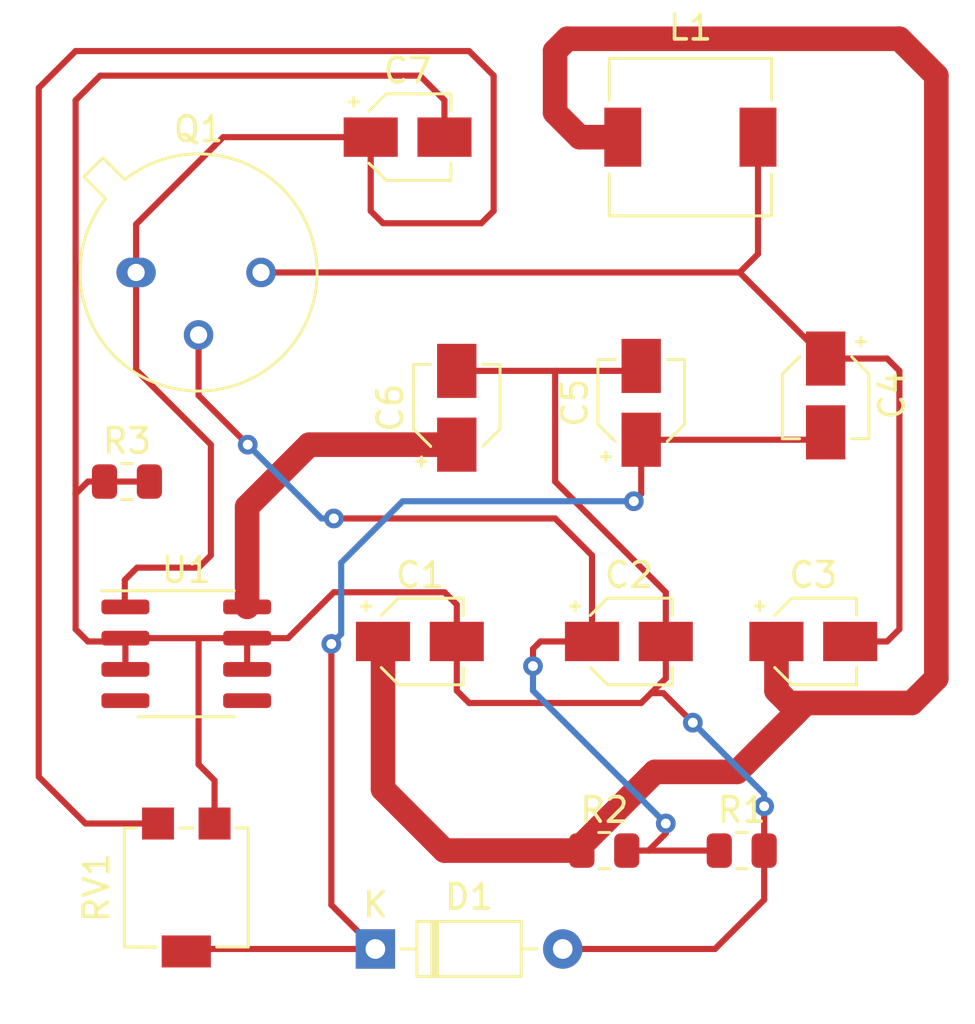
<source format=kicad_pcb>
(kicad_pcb (version 20211014) (generator pcbnew)
  (layers (0 "F.Cu" signal) (31 "B.Cu" signal) (34 "B.Paste" user) (35 "F.Paste" user) (36 "B.SilkS" user "B.Silkscreen") (37 "F.SilkS" user "F.Silkscreen") (38 "B.Mask" user) (39 "F.Mask" user) (44 "Edge.Cuts" user))
  (net 0 "")
  (net 1 "+12V")
  (net 2 "Camera AV II")
  (net 3 "Net-(C2-Pad1)")
  (net 4 "Net-(C3-Pad2)")
  (net 5 "Net-(C4-Pad2)")
  (net 6 "VCC")
  (net 7 "RF ANT")
  (footprint "Package_SO:SOIC-8_3.9x4.9mm_P1.27mm" (layer "F.Cu") (at 88 63.5)
    (fp_text reference "U1" (at 0 -3.4) (layer "F.SilkS"))
    (fp_text value "L78L05_SO8")
    (fp_line (start 0 -2.56) (end 1.95 -2.56) (layer "F.SilkS") (width 0.12))
    (fp_line (start 0 2.56) (end -1.95 2.56) (layer "F.SilkS") (width 0.12))
    (fp_line (start 0 -2.56) (end -3.45 -2.56) (layer "F.SilkS") (width 0.12))
    (fp_line (start 0 2.56) (end 1.95 2.56) (layer "F.SilkS") (width 0.12))
    (pad "1" smd roundrect (at -2.475 -1.905) (size 1.95 0.6) (layers "F.Cu" "F.Paste" "F.Mask") (net 7 "RF ANT"))
    (pad "2" smd roundrect (at -2.475 -0.635) (size 1.95 0.6) (layers "F.Cu" "F.Paste" "F.Mask") (net 2 "Camera AV II"))
    (pad "3" smd roundrect (at -2.475 0.635) (size 1.95 0.6) (layers "F.Cu" "F.Paste" "F.Mask") (net 2 "Camera AV II"))
    (pad "4" smd roundrect (at -2.475 1.905) (size 1.95 0.6) (layers "F.Cu" "F.Paste" "F.Mask"))
    (pad "5" smd roundrect (at 2.475 1.905) (size 1.95 0.6) (layers "F.Cu" "F.Paste" "F.Mask"))
    (pad "6" smd roundrect (at 2.475 0.635) (size 1.95 0.6) (layers "F.Cu" "F.Paste" "F.Mask") (net 2 "Camera AV II"))
    (pad "7" smd roundrect (at 2.475 -0.635) (size 1.95 0.6) (layers "F.Cu" "F.Paste" "F.Mask") (net 2 "Camera AV II"))
    (pad "8" smd roundrect (at 2.475 -1.905) (size 1.95 0.6) (layers "F.Cu" "F.Paste" "F.Mask") (net 6 "VCC"))
  )
  (footprint "Capacitor_SMD:CP_Elec_3x5.3" (layer "F.Cu") (at 106.5 53.3 90)
    (fp_text reference "C5" (at 0 -2.7 90) (layer "F.SilkS"))
    (fp_text value "0.1uF")
    (fp_line (start 1.76 -1.76) (end 1.76 -1.06) (layer "F.SilkS") (width 0.12))
    (fp_line (start -2.1875 -1.6225) (end -2.1875 -1.2475) (layer "F.SilkS") (width 0.12))
    (fp_line (start -0.870563 1.76) (end 1.76 1.76) (layer "F.SilkS") (width 0.12))
    (fp_line (start -0.870563 -1.76) (end 1.76 -1.76) (layer "F.SilkS") (width 0.12))
    (fp_line (start -2.375 -1.435) (end -2 -1.435) (layer "F.SilkS") (width 0.12))
    (fp_line (start -1.570563 -1.06) (end -0.870563 -1.76) (layer "F.SilkS") (width 0.12))
    (fp_line (start -1.570563 1.06) (end -0.870563 1.76) (layer "F.SilkS") (width 0.12))
    (fp_line (start 1.76 1.76) (end 1.76 1.06) (layer "F.SilkS") (width 0.12))
    (pad "1" smd rect (at -1.5 0 90) (size 2.2 1.6) (layers "F.Cu" "F.Paste" "F.Mask") (net 5 "Net-(C4-Pad2)"))
    (pad "2" smd rect (at 1.5 0 90) (size 2.2 1.6) (layers "F.Cu" "F.Paste" "F.Mask") (net 2 "Camera AV II"))
  )
  (footprint "Resistor_SMD:R_0805_2012Metric" (layer "F.Cu") (at 110.5875 71.5)
    (fp_text reference "R1" (at 0 -1.65) (layer "F.SilkS"))
    (fp_text value "4.7k")
    (fp_line (start -0.227064 0.735) (end 0.227064 0.735) (layer "F.SilkS") (width 0.12))
    (fp_line (start -0.227064 -0.735) (end 0.227064 -0.735) (layer "F.SilkS") (width 0.12))
    (pad "1" smd roundrect (at -0.9125 0) (size 1.025 1.4) (layers "F.Cu" "F.Paste" "F.Mask") (roundrect_rratio 0.243902) (net 3 "Net-(C2-Pad1)"))
    (pad "2" smd roundrect (at 0.9125 0) (size 1.025 1.4) (layers "F.Cu" "F.Paste" "F.Mask") (roundrect_rratio 0.243902) (net 2 "Camera AV II"))
  )
  (footprint "Resistor_SMD:R_0805_2012Metric" (layer "F.Cu") (at 85.5875 56.5)
    (fp_text reference "R3" (at 0 -1.65) (layer "F.SilkS"))
    (fp_text value "100R")
    (fp_line (start -0.227064 -0.735) (end 0.227064 -0.735) (layer "F.SilkS") (width 0.12))
    (fp_line (start -0.227064 0.735) (end 0.227064 0.735) (layer "F.SilkS") (width 0.12))
    (pad "1" smd roundrect (at -0.9125 0) (size 1.025 1.4) (layers "F.Cu" "F.Paste" "F.Mask") (roundrect_rratio 0.243902) (net 2 "Camera AV II"))
    (pad "2" smd roundrect (at 0.9125 0) (size 1.025 1.4) (layers "F.Cu" "F.Paste" "F.Mask") (roundrect_rratio 0.243902) (net 2 "Camera AV II"))
  )
  (footprint "Capacitor_SMD:CP_Elec_3x5.3" (layer "F.Cu") (at 106 63)
    (fp_text reference "C2" (at 0 -2.7) (layer "F.SilkS"))
    (fp_text value "470pF")
    (fp_line (start -0.870563 1.76) (end 1.76 1.76) (layer "F.SilkS") (width 0.12))
    (fp_line (start -1.570563 -1.06) (end -0.870563 -1.76) (layer "F.SilkS") (width 0.12))
    (fp_line (start -2.1875 -1.6225) (end -2.1875 -1.2475) (layer "F.SilkS") (width 0.12))
    (fp_line (start -2.375 -1.435) (end -2 -1.435) (layer "F.SilkS") (width 0.12))
    (fp_line (start -0.870563 -1.76) (end 1.76 -1.76) (layer "F.SilkS") (width 0.12))
    (fp_line (start 1.76 -1.76) (end 1.76 -1.06) (layer "F.SilkS") (width 0.12))
    (fp_line (start 1.76 1.76) (end 1.76 1.06) (layer "F.SilkS") (width 0.12))
    (fp_line (start -1.570563 1.06) (end -0.870563 1.76) (layer "F.SilkS") (width 0.12))
    (pad "1" smd rect (at -1.5 0) (size 2.2 1.6) (layers "F.Cu" "F.Paste" "F.Mask") (net 3 "Net-(C2-Pad1)"))
    (pad "2" smd rect (at 1.5 0) (size 2.2 1.6) (layers "F.Cu" "F.Paste" "F.Mask") (net 2 "Camera AV II"))
  )
  (footprint "Potentiometer_SMD:Potentiometer_Bourns_3214G_Horizontal" (layer "F.Cu") (at 88 73 90)
    (fp_text reference "RV1" (at 0 -3.65 90) (layer "F.SilkS"))
    (fp_text value "100R")
    (fp_line (start -2.42 -2.14) (end -2.42 -1.24) (layer "F.SilkS") (width 0.12))
    (fp_line (start -2.42 -2.52) (end -2.42 -1.24) (layer "F.SilkS") (width 0.12))
    (fp_line (start -2.42 -2.14) (end -2.42 -2.14) (layer "F.SilkS") (width 0.12))
    (fp_line (start 2.42 -2.52) (end 2.42 -2.04) (layer "F.SilkS") (width 0.12))
    (fp_line (start 2.42 -0.26) (end 2.42 0.26) (layer "F.SilkS") (width 0.12))
    (fp_line (start -2.42 1.24) (end -2.42 2.52) (layer "F.SilkS") (width 0.12))
    (fp_line (start -2.42 -2.14) (end -2.42 -1.24) (layer "F.SilkS") (width 0.12))
    (fp_line (start -2.42 2.52) (end 2.42 2.52) (layer "F.SilkS") (width 0.12))
    (fp_line (start 2.42 2.04) (end 2.42 2.52) (layer "F.SilkS") (width 0.12))
    (fp_line (start -2.42 -2.52) (end 2.42 -2.52) (layer "F.SilkS") (width 0.12))
    (pad "1" smd rect (at 2.6 -1.15 90) (size 1.3 1.3) (layers "F.Cu" "F.Paste" "F.Mask") (net 7 "RF ANT"))
    (pad "2" smd rect (at -2.6 0 90) (size 1.3 2) (layers "F.Cu" "F.Paste" "F.Mask") (net 5 "Net-(C4-Pad2)"))
    (pad "3" smd rect (at 2.6 1.15 90) (size 1.3 1.3) (layers "F.Cu" "F.Paste" "F.Mask") (net 2 "Camera AV II"))
  )
  (footprint "Capacitor_SMD:CP_Elec_3x5.3" (layer "F.Cu") (at 97 42.5)
    (fp_text reference "C7" (at 0 -2.7) (layer "F.SilkS"))
    (fp_text value "0.1uF")
    (fp_line (start -2.375 -1.435) (end -2 -1.435) (layer "F.SilkS") (width 0.12))
    (fp_line (start 1.76 -1.76) (end 1.76 -1.06) (layer "F.SilkS") (width 0.12))
    (fp_line (start -1.570563 1.06) (end -0.870563 1.76) (layer "F.SilkS") (width 0.12))
    (fp_line (start -2.1875 -1.6225) (end -2.1875 -1.2475) (layer "F.SilkS") (width 0.12))
    (fp_line (start 1.76 1.76) (end 1.76 1.06) (layer "F.SilkS") (width 0.12))
    (fp_line (start -1.570563 -1.06) (end -0.870563 -1.76) (layer "F.SilkS") (width 0.12))
    (fp_line (start -0.870563 1.76) (end 1.76 1.76) (layer "F.SilkS") (width 0.12))
    (fp_line (start -0.870563 -1.76) (end 1.76 -1.76) (layer "F.SilkS") (width 0.12))
    (pad "1" smd rect (at -1.5 0) (size 2.2 1.6) (layers "F.Cu" "F.Paste" "F.Mask") (net 7 "RF ANT"))
    (pad "2" smd rect (at 1.5 0) (size 2.2 1.6) (layers "F.Cu" "F.Paste" "F.Mask") (net 2 "Camera AV II"))
  )
  (footprint "Capacitor_SMD:CP_Elec_3x5.3" (layer "F.Cu") (at 113.5 63)
    (fp_text reference "C3" (at 0 -2.7) (layer "F.SilkS"))
    (fp_text value "22pF")
    (fp_line (start -2.1875 -1.6225) (end -2.1875 -1.2475) (layer "F.SilkS") (width 0.12))
    (fp_line (start -0.870563 -1.76) (end 1.76 -1.76) (layer "F.SilkS") (width 0.12))
    (fp_line (start -1.570563 -1.06) (end -0.870563 -1.76) (layer "F.SilkS") (width 0.12))
    (fp_line (start -2.375 -1.435) (end -2 -1.435) (layer "F.SilkS") (width 0.12))
    (fp_line (start 1.76 1.76) (end 1.76 1.06) (layer "F.SilkS") (width 0.12))
    (fp_line (start 1.76 -1.76) (end 1.76 -1.06) (layer "F.SilkS") (width 0.12))
    (fp_line (start -1.570563 1.06) (end -0.870563 1.76) (layer "F.SilkS") (width 0.12))
    (fp_line (start -0.870563 1.76) (end 1.76 1.76) (layer "F.SilkS") (width 0.12))
    (pad "1" smd rect (at -1.5 0) (size 2.2 1.6) (layers "F.Cu" "F.Paste" "F.Mask") (net 1 "+12V"))
    (pad "2" smd rect (at 1.5 0) (size 2.2 1.6) (layers "F.Cu" "F.Paste" "F.Mask") (net 4 "Net-(C3-Pad2)"))
  )
  (footprint "Inductor_SMD:L_6.3x6.3_H3" (layer "F.Cu") (at 108.5 42.5)
    (fp_text reference "L1" (at 0 -4.45) (layer "F.SilkS"))
    (fp_text value "1mH")
    (fp_line (start -3.3 -3.2) (end 3.3 -3.2) (layer "F.SilkS") (width 0.12))
    (fp_line (start -3.3 -1.5) (end -3.3 -3.2) (layer "F.SilkS") (width 0.12))
    (fp_line (start 3.3 1.5) (end 3.3 3.2) (layer "F.SilkS") (width 0.12))
    (fp_line (start 3.3 -3.2) (end 3.3 -1.5) (layer "F.SilkS") (width 0.12))
    (fp_line (start -3.3 3.2) (end -3.3 1.5) (layer "F.SilkS") (width 0.12))
    (fp_line (start 3.3 3.2) (end -3.3 3.2) (layer "F.SilkS") (width 0.12))
    (pad "1" smd rect (at -2.75 0) (size 1.5 2.4) (layers "F.Cu" "F.Paste" "F.Mask") (net 1 "+12V"))
    (pad "2" smd rect (at 2.75 0) (size 1.5 2.4) (layers "F.Cu" "F.Paste" "F.Mask") (net 4 "Net-(C3-Pad2)"))
  )
  (footprint "Capacitor_SMD:CP_Elec_3x5.3" (layer "F.Cu") (at 114 53 -90)
    (fp_text reference "C4" (at 0 -2.7 90) (layer "F.SilkS"))
    (fp_text value "10pF")
    (fp_line (start -0.870563 -1.76) (end 1.76 -1.76) (layer "F.SilkS") (width 0.12))
    (fp_line (start -1.570563 1.06) (end -0.870563 1.76) (layer "F.SilkS") (width 0.12))
    (fp_line (start -2.375 -1.435) (end -2 -1.435) (layer "F.SilkS") (width 0.12))
    (fp_line (start -2.1875 -1.6225) (end -2.1875 -1.2475) (layer "F.SilkS") (width 0.12))
    (fp_line (start 1.76 1.76) (end 1.76 1.06) (layer "F.SilkS") (width 0.12))
    (fp_line (start 1.76 -1.76) (end 1.76 -1.06) (layer "F.SilkS") (width 0.12))
    (fp_line (start -0.870563 1.76) (end 1.76 1.76) (layer "F.SilkS") (width 0.12))
    (fp_line (start -1.570563 -1.06) (end -0.870563 -1.76) (layer "F.SilkS") (width 0.12))
    (pad "1" smd rect (at -1.5 0 270) (size 2.2 1.6) (layers "F.Cu" "F.Paste" "F.Mask") (net 4 "Net-(C3-Pad2)"))
    (pad "2" smd rect (at 1.5 0 270) (size 2.2 1.6) (layers "F.Cu" "F.Paste" "F.Mask") (net 5 "Net-(C4-Pad2)"))
  )
  (footprint "Capacitor_SMD:CP_Elec_3x5.3" (layer "F.Cu") (at 97.5 63)
    (fp_text reference "C1" (at 0 -2.7) (layer "F.SilkS"))
    (fp_text value "103pF")
    (fp_line (start -0.870563 -1.76) (end 1.76 -1.76) (layer "F.SilkS") (width 0.12))
    (fp_line (start -0.870563 1.76) (end 1.76 1.76) (layer "F.SilkS") (width 0.12))
    (fp_line (start 1.76 1.76) (end 1.76 1.06) (layer "F.SilkS") (width 0.12))
    (fp_line (start -1.570563 1.06) (end -0.870563 1.76) (layer "F.SilkS") (width 0.12))
    (fp_line (start -1.570563 -1.06) (end -0.870563 -1.76) (layer "F.SilkS") (width 0.12))
    (fp_line (start -2.375 -1.435) (end -2 -1.435) (layer "F.SilkS") (width 0.12))
    (fp_line (start -2.1875 -1.6225) (end -2.1875 -1.2475) (layer "F.SilkS") (width 0.12))
    (fp_line (start 1.76 -1.76) (end 1.76 -1.06) (layer "F.SilkS") (width 0.12))
    (pad "1" smd rect (at -1.5 0) (size 2.2 1.6) (layers "F.Cu" "F.Paste" "F.Mask") (net 1 "+12V"))
    (pad "2" smd rect (at 1.5 0) (size 2.2 1.6) (layers "F.Cu" "F.Paste" "F.Mask") (net 2 "Camera AV II"))
  )
  (footprint "Package_TO_SOT_THT:TO-39-3" (layer "F.Cu") (at 85.96 48)
    (fp_text reference "Q1" (at 2.54 -5.82) (layer "F.SilkS"))
    (fp_text value "2N2219")
    (fp_line (start -2.125856 -3.888039) (end -1.234902 -2.997084) (layer "F.SilkS") (width 0.12))
    (fp_line (start -1.348039 -4.665856) (end -2.125856 -3.888039) (layer "F.SilkS") (width 0.12))
    (fp_line (start -0.457084 -3.774902) (end -1.348039 -4.665856) (layer "F.SilkS") (width 0.12))
    (fp_arc (start -0.457084 -3.774902) (mid 5.948125 3.408384) (end -1.234674 -2.997371) (layer "F.SilkS") (width 0.12))
    (pad "1" thru_hole oval (at 0 0) (size 1.6 1.2) (drill 0.7) (layers *.Cu *.Mask) (net 7 "RF ANT"))
    (pad "2" thru_hole oval (at 2.54 2.54) (size 1.2 1.2) (drill 0.7) (layers *.Cu *.Mask) (net 3 "Net-(C2-Pad1)"))
    (pad "3" thru_hole oval (at 5.08 0) (size 1.2 1.2) (drill 0.7) (layers *.Cu *.Mask) (net 4 "Net-(C3-Pad2)"))
  )
  (footprint "Resistor_SMD:R_0805_2012Metric" (layer "F.Cu") (at 105 71.5)
    (fp_text reference "R2" (at 0 -1.65) (layer "F.SilkS"))
    (fp_text value "4.7k")
    (fp_line (start -0.227064 0.735) (end 0.227064 0.735) (layer "F.SilkS") (width 0.12))
    (fp_line (start -0.227064 -0.735) (end 0.227064 -0.735) (layer "F.SilkS") (width 0.12))
    (pad "1" smd roundrect (at -0.9125 0) (size 1.025 1.4) (layers "F.Cu" "F.Paste" "F.Mask") (roundrect_rratio 0.243902) (net 1 "+12V"))
    (pad "2" smd roundrect (at 0.9125 0) (size 1.025 1.4) (layers "F.Cu" "F.Paste" "F.Mask") (roundrect_rratio 0.243902) (net 3 "Net-(C2-Pad1)"))
  )
  (footprint "Diode_THT:D_DO-35_SOD27_P7.62mm_Horizontal" (layer "F.Cu") (at 95.69 75.5)
    (fp_text reference "D1" (at 3.81 -2.12) (layer "F.SilkS"))
    (fp_text value "1N4148")
    (fp_text user "K" (at 0 -1.8) (layer "F.SilkS"))
    (fp_line (start 2.41 -1.12) (end 2.41 1.12) (layer "F.SilkS") (width 0.12))
    (fp_line (start 5.93 -1.12) (end 1.69 -1.12) (layer "F.SilkS") (width 0.12))
    (fp_line (start 1.69 1.12) (end 5.93 1.12) (layer "F.SilkS") (width 0.12))
    (fp_line (start 2.53 -1.12) (end 2.53 1.12) (layer "F.SilkS") (width 0.12))
    (fp_line (start 5.93 1.12) (end 5.93 -1.12) (layer "F.SilkS") (width 0.12))
    (fp_line (start 1.69 -1.12) (end 1.69 1.12) (layer "F.SilkS") (width 0.12))
    (fp_line (start 1.04 0) (end 1.69 0) (layer "F.SilkS") (width 0.12))
    (fp_line (start 6.58 0) (end 5.93 0) (layer "F.SilkS") (width 0.12))
    (fp_line (start 2.29 -1.12) (end 2.29 1.12) (layer "F.SilkS") (width 0.12))
    (pad "1" thru_hole rect (at 0 0) (size 1.6 1.6) (drill 0.8) (layers *.Cu *.Mask) (net 5 "Net-(C4-Pad2)"))
    (pad "2" thru_hole oval (at 7.62 0) (size 1.6 1.6) (drill 0.8) (layers *.Cu *.Mask) (net 2 "Camera AV II"))
  )
  (footprint "Capacitor_SMD:CP_Elec_3x5.3" (layer "F.Cu") (at 99 53.5 90)
    (fp_text reference "C6" (at 0 -2.7 90) (layer "F.SilkS"))
    (fp_text value "0.1uF")
    (fp_line (start -0.870563 1.76) (end 1.76 1.76) (layer "F.SilkS") (width 0.12))
    (fp_line (start 1.76 -1.76) (end 1.76 -1.06) (layer "F.SilkS") (width 0.12))
    (fp_line (start 1.76 1.76) (end 1.76 1.06) (layer "F.SilkS") (width 0.12))
    (fp_line (start -2.375 -1.435) (end -2 -1.435) (layer "F.SilkS") (width 0.12))
    (fp_line (start -2.1875 -1.6225) (end -2.1875 -1.2475) (layer "F.SilkS") (width 0.12))
    (fp_line (start -1.570563 1.06) (end -0.870563 1.76) (layer "F.SilkS") (width 0.12))
    (fp_line (start -0.870563 -1.76) (end 1.76 -1.76) (layer "F.SilkS") (width 0.12))
    (fp_line (start -1.570563 -1.06) (end -0.870563 -1.76) (layer "F.SilkS") (width 0.12))
    (pad "1" smd rect (at -1.5 0 90) (size 2.2 1.6) (layers "F.Cu" "F.Paste" "F.Mask") (net 6 "VCC"))
    (pad "2" smd rect (at 1.5 0 90) (size 2.2 1.6) (layers "F.Cu" "F.Paste" "F.Mask") (net 2 "Camera AV II"))
  )
  (segment (start 103 39) (end 103.5 38.5) (width 1) (layer "F.Cu") (net 1))
  (segment (start 103.5 38.5) (end 117 38.5) (width 1) (layer "F.Cu") (net 1))
  (segment (start 113.2 65.5) (end 112.5 65.5) (width 1) (layer "F.Cu") (net 1))
  (segment (start 103 41.5) (end 103 39) (width 1) (layer "F.Cu") (net 1))
  (segment (start 98.5 71.5) (end 96 69) (width 1) (layer "F.Cu") (net 1))
  (segment (start 96 69) (end 96 63) (width 1) (layer "F.Cu") (net 1))
  (segment (start 104 42.5) (end 103 41.5) (width 1) (layer "F.Cu") (net 1))
  (segment (start 112.5 65.5) (end 112 65) (width 1) (layer "F.Cu") (net 1))
  (segment (start 118.5 40) (end 118.5 64.5) (width 1) (layer "F.Cu") (net 1))
  (segment (start 110.4 68.3) (end 113.2 65.5) (width 1) (layer "F.Cu") (net 1))
  (segment (start 104.0875 71.5) (end 104.0875 71.269676) (width 1) (layer "F.Cu") (net 1))
  (segment (start 118.5 64.5) (end 117.5 65.5) (width 1) (layer "F.Cu") (net 1))
  (segment (start 117 38.5) (end 118.5 40) (width 1) (layer "F.Cu") (net 1))
  (segment (start 117.5 65.5) (end 113.2 65.5) (width 1) (layer "F.Cu") (net 1))
  (segment (start 105.75 42.5) (end 104 42.5) (width 1) (layer "F.Cu") (net 1))
  (segment (start 112 65) (end 112 63) (width 1) (layer "F.Cu") (net 1))
  (segment (start 104.0875 71.5) (end 98.5 71.5) (width 1) (layer "F.Cu") (net 1))
  (segment (start 107.057176 68.3) (end 110.4 68.3) (width 1) (layer "F.Cu") (net 1))
  (segment (start 104.0875 71.269676) (end 107.057176 68.3) (width 1) (layer "F.Cu") (net 1))
  (segment (start 99 63) (end 99 65) (width 0.25) (layer "F.Cu") (net 2))
  (segment (start 98.5 41) (end 97.5 40) (width 0.25) (layer "F.Cu") (net 2))
  (segment (start 83.5 41) (end 83.5 57) (width 0.25) (layer "F.Cu") (net 2))
  (segment (start 99 61.5) (end 98.5 61) (width 0.25) (layer "F.Cu") (net 2))
  (segment (start 89 68.5) (end 88.5 68) (width 0.25) (layer "F.Cu") (net 2))
  (segment (start 84.5 40) (end 83.5 41) (width 0.25) (layer "F.Cu") (net 2))
  (segment (start 111.5 69.7) (end 111.5 71.5) (width 0.25) (layer "F.Cu") (net 2))
  (segment (start 90.475 64.135) (end 90.475 62.865) (width 0.25) (layer "F.Cu") (net 2))
  (segment (start 90.475 62.865) (end 85.525 62.865) (width 0.25) (layer "F.Cu") (net 2))
  (segment (start 106.5 65.5) (end 106.9 65.1) (width 0.25) (layer "F.Cu") (net 2))
  (segment (start 107.4 65.1) (end 106.9 65.1) (width 0.25) (layer "F.Cu") (net 2))
  (segment (start 83.5 62.5) (end 84 63) (width 0.25) (layer "F.Cu") (net 2))
  (segment (start 89.15 70.4) (end 89.15 68.65) (width 0.25) (layer "F.Cu") (net 2))
  (segment (start 88.5 68) (end 88.5 63) (width 0.25) (layer "F.Cu") (net 2))
  (segment (start 98.5 42.5) (end 98.5 41) (width 0.25) (layer "F.Cu") (net 2))
  (segment (start 107.5 61) (end 103 56.5) (width 0.25) (layer "F.Cu") (net 2))
  (segment (start 94 61) (end 92.135 62.865) (width 0.25) (layer "F.Cu") (net 2))
  (segment (start 111.5 73.5) (end 111.5 71.5) (width 0.25) (layer "F.Cu") (net 2))
  (segment (start 99.5 65.5) (end 106.5 65.5) (width 0.25) (layer "F.Cu") (net 2))
  (segment (start 92.135 62.865) (end 90.475 62.865) (width 0.25) (layer "F.Cu") (net 2))
  (segment (start 89.15 68.65) (end 89 68.5) (width 0.25) (layer "F.Cu") (net 2))
  (segment (start 109.5 75.5) (end 111.5 73.5) (width 0.25) (layer "F.Cu") (net 2))
  (segment (start 106.9 65.1) (end 107.5 64.5) (width 0.25) (layer "F.Cu") (net 2))
  (segment (start 99 63) (end 99 61.5) (width 0.25) (layer "F.Cu") (net 2))
  (segment (start 103 52) (end 106.3 52) (width 0.25) (layer "F.Cu") (net 2))
  (segment (start 97.5 40) (end 84.5 40) (width 0.25) (layer "F.Cu") (net 2))
  (segment (start 107.5 64.5) (end 107.5 63) (width 0.25) (layer "F.Cu") (net 2))
  (segment (start 85.525 64.135) (end 85.525 62.865) (width 0.25) (layer "F.Cu") (net 2))
  (segment (start 84.675 56.5) (end 84 56.5) (width 0.25) (layer "F.Cu") (net 2))
  (segment (start 83.5 57) (end 83.5 62.5) (width 0.25) (layer "F.Cu") (net 2))
  (segment (start 99 65) (end 99.5 65.5) (width 0.25) (layer "F.Cu") (net 2))
  (segment (start 98.5 61) (end 94 61) (width 0.25) (layer "F.Cu") (net 2))
  (segment (start 108.6 66.3) (end 107.4 65.1) (width 0.25) (layer "F.Cu") (net 2))
  (segment (start 84 63) (end 85.39 63) (width 0.25) (layer "F.Cu") (net 2))
  (segment (start 85.39 63) (end 85.525 62.865) (width 0.25) (layer "F.Cu") (net 2))
  (segment (start 103.31 75.5) (end 109.5 75.5) (width 0.25) (layer "F.Cu") (net 2))
  (segment (start 107.5 63) (end 107.5 61) (width 0.25) (layer "F.Cu") (net 2))
  (segment (start 103 56.5) (end 103 52) (width 0.25) (layer "F.Cu") (net 2))
  (segment (start 99 52) (end 103 52) (width 0.25) (layer "F.Cu") (net 2))
  (segment (start 106.3 52) (end 106.5 51.8) (width 0.25) (layer "F.Cu") (net 2))
  (segment (start 86.5 56.5) (end 84.675 56.5) (width 0.25) (layer "F.Cu") (net 2))
  (segment (start 84 56.5) (end 83.5 57) (width 0.25) (layer "F.Cu") (net 2))
  (via (at 111.5 69.7) (size 0.8) (drill 0.4) (layers "F.Cu" "B.Cu") (net 2))
  (via (at 108.6 66.3) (size 0.8) (drill 0.4) (layers "F.Cu" "B.Cu") (net 2))
  (segment (start 111.5 69.2) (end 108.6 66.3) (width 0.25) (layer "B.Cu") (net 2))
  (segment (start 111.5 69.7) (end 111.5 69.2) (width 0.25) (layer "B.Cu") (net 2))
  (segment (start 88.5 50.54) (end 88.5 53) (width 0.25) (layer "F.Cu") (net 3))
  (segment (start 88.5 53) (end 90.5 55) (width 0.25) (layer "F.Cu") (net 3))
  (segment (start 104.5 59.5) (end 104.5 63) (width 0.25) (layer "F.Cu") (net 3))
  (segment (start 107.5 70.8) (end 107.5 70.4) (width 0.25) (layer "F.Cu") (net 3))
  (segment (start 102.4 63) (end 104.5 63) (width 0.25) (layer "F.Cu") (net 3))
  (segment (start 106.8 71.5) (end 105.9125 71.5) (width 0.25) (layer "F.Cu") (net 3))
  (segment (start 106.8 71.5) (end 107.5 70.8) (width 0.25) (layer "F.Cu") (net 3))
  (segment (start 103 58) (end 104.5 59.5) (width 0.25) (layer "F.Cu") (net 3))
  (segment (start 102.1 63.3) (end 102.4 63) (width 0.25) (layer "F.Cu") (net 3))
  (segment (start 109.675 71.5) (end 106.8 71.5) (width 0.25) (layer "F.Cu") (net 3))
  (segment (start 102.1 64) (end 102.1 63.3) (width 0.25) (layer "F.Cu") (net 3))
  (segment (start 94 58) (end 103 58) (width 0.25) (layer "F.Cu") (net 3))
  (via (at 90.5 55) (size 0.8) (drill 0.4) (layers "F.Cu" "B.Cu") (net 3))
  (via (at 107.5 70.4) (size 0.8) (drill 0.4) (layers "F.Cu" "B.Cu") (net 3))
  (via (at 94 58) (size 0.8) (drill 0.4) (layers "F.Cu" "B.Cu") (net 3))
  (via (at 102.1 64) (size 0.8) (drill 0.4) (layers "F.Cu" "B.Cu") (net 3))
  (segment (start 102.1 65) (end 102.1 64) (width 0.25) (layer "B.Cu") (net 3))
  (segment (start 93.5 58) (end 94 58) (width 0.25) (layer "B.Cu") (net 3))
  (segment (start 90.5 55) (end 93.5 58) (width 0.25) (layer "B.Cu") (net 3))
  (segment (start 107.5 70.4) (end 102.1 65) (width 0.25) (layer "B.Cu") (net 3))
  (segment (start 111.25 47.25) (end 111.25 42.5) (width 0.25) (layer "F.Cu") (net 4))
  (segment (start 110.5 48) (end 111.25 47.25) (width 0.25) (layer "F.Cu") (net 4))
  (segment (start 115 63) (end 116.5 63) (width 0.25) (layer "F.Cu") (net 4))
  (segment (start 117 62.5) (end 117 52) (width 0.25) (layer "F.Cu") (net 4))
  (segment (start 110.75 48.25) (end 110.5 48) (width 0.25) (layer "F.Cu") (net 4))
  (segment (start 114 51.5) (end 110.75 48.25) (width 0.25) (layer "F.Cu") (net 4))
  (segment (start 116.5 51.5) (end 114 51.5) (width 0.25) (layer "F.Cu") (net 4))
  (segment (start 91.04 48) (end 110.5 48) (width 0.25) (layer "F.Cu") (net 4))
  (segment (start 117 52) (end 116.5 51.5) (width 0.25) (layer "F.Cu") (net 4))
  (segment (start 116.5 63) (end 117 62.5) (width 0.25) (layer "F.Cu") (net 4))
  (segment (start 106.5 54.8) (end 113.7 54.8) (width 0.25) (layer "F.Cu") (net 5))
  (segment (start 93.9 73.71) (end 93.9 63.1) (width 0.25) (layer "F.Cu") (net 5))
  (segment (start 88.1 75.5) (end 88 75.6) (width 0.25) (layer "F.Cu") (net 5))
  (segment (start 113.7 54.8) (end 114 54.5) (width 0.25) (layer "F.Cu") (net 5))
  (segment (start 95.69 75.5) (end 88.1 75.5) (width 0.25) (layer "F.Cu") (net 5))
  (segment (start 95.69 75.5) (end 93.9 73.71) (width 0.25) (layer "F.Cu") (net 5))
  (segment (start 106.2 57.3) (end 106.5 57) (width 0.25) (layer "F.Cu") (net 5))
  (segment (start 106.5 57) (end 106.5 54.8) (width 0.25) (layer "F.Cu") (net 5))
  (via (at 93.9 63.1) (size 0.8) (drill 0.4) (layers "F.Cu" "B.Cu") (net 5))
  (via (at 106.2 57.3) (size 0.8) (drill 0.4) (layers "F.Cu" "B.Cu") (net 5))
  (segment (start 96.8 57.3) (end 106.2 57.3) (width 0.25) (layer "B.Cu") (net 5))
  (segment (start 93.9 63.1) (end 94.3 62.7) (width 0.25) (layer "B.Cu") (net 5))
  (segment (start 94.3 62.7) (end 94.3 59.8) (width 0.25) (layer "B.Cu") (net 5))
  (segment (start 94.3 59.8) (end 96.8 57.3) (width 0.25) (layer "B.Cu") (net 5))
  (segment (start 90.475 61.595) (end 90.475 57.525) (width 1) (layer "F.Cu") (net 6))
  (segment (start 93 55) (end 99 55) (width 1) (layer "F.Cu") (net 6))
  (segment (start 90.475 57.525) (end 93 55) (width 1) (layer "F.Cu") (net 6))
  (segment (start 85.96 48) (end 85.96 46.04) (width 0.25) (layer "F.Cu") (net 7))
  (segment (start 88.5 60) (end 86 60) (width 0.25) (layer "F.Cu") (net 7))
  (segment (start 86.85 70.4) (end 83.9 70.4) (width 0.25) (layer "F.Cu") (net 7))
  (segment (start 86 60) (end 85.5 60.5) (width 0.25) (layer "F.Cu") (net 7))
  (segment (start 85.96 51.96) (end 89 55) (width 0.25) (layer "F.Cu") (net 7))
  (segment (start 99.5 39) (end 100.5 40) (width 0.25) (layer "F.Cu") (net 7))
  (segment (start 100.5 40) (end 100.5 45.5) (width 0.25) (layer "F.Cu") (net 7))
  (segment (start 83.9 70.4) (end 82 68.5) (width 0.25) (layer "F.Cu") (net 7))
  (segment (start 82 68.5) (end 82 40.5) (width 0.25) (layer "F.Cu") (net 7))
  (segment (start 82 40.5) (end 83.5 39) (width 0.25) (layer "F.Cu") (net 7))
  (segment (start 85.5 60.5) (end 85.5 61.57) (width 0.25) (layer "F.Cu") (net 7))
  (segment (start 85.96 46.04) (end 89.5 42.5) (width 0.25) (layer "F.Cu") (net 7))
  (segment (start 89.5 42.5) (end 95.5 42.5) (width 0.25) (layer "F.Cu") (net 7))
  (segment (start 96 46) (end 95.5 45.5) (width 0.25) (layer "F.Cu") (net 7))
  (segment (start 85.96 48) (end 85.96 51.96) (width 0.25) (layer "F.Cu") (net 7))
  (segment (start 89 55) (end 89 59.5) (width 0.25) (layer "F.Cu") (net 7))
  (segment (start 85.5 61.57) (end 85.525 61.595) (width 0.25) (layer "F.Cu") (net 7))
  (segment (start 89 59.5) (end 88.5 60) (width 0.25) (layer "F.Cu") (net 7))
  (segment (start 100 46) (end 96 46) (width 0.25) (layer "F.Cu") (net 7))
  (segment (start 100.5 45.5) (end 100 46) (width 0.25) (layer "F.Cu") (net 7))
  (segment (start 83.5 39) (end 99.5 39) (width 0.25) (layer "F.Cu") (net 7))
  (segment (start 95.5 45.5) (end 95.5 42.5) (width 0.25) (layer "F.Cu") (net 7))
)
</source>
